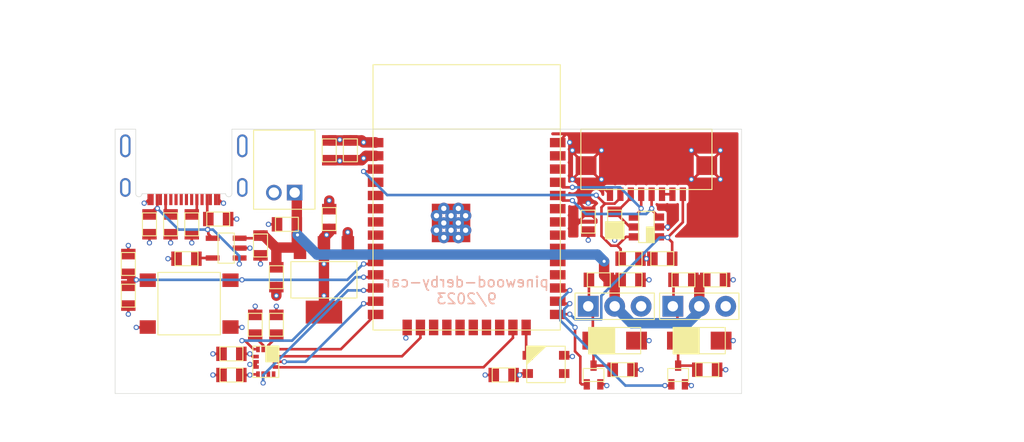
<source format=kicad_pcb>
(kicad_pcb (version 20221018) (generator pcbnew)
  (layers (0 "F.Cu" signal) (1 "In1.Cu" signal) (2 "In2.Cu" signal) (31 "B.Cu" signal) (34 "B.Paste" user) (35 "F.Paste" user) (36 "B.SilkS" user "B.Silkscreen") (37 "F.SilkS" user "F.Silkscreen") (38 "B.Mask" user) (39 "F.Mask" user) (44 "Edge.Cuts" user))
  (net 0 "")
  (net 1 "GND")
  (net 2 "+3V3")
  (net 3 "/Microcontroller/BTN")
  (net 4 "VBAT")
  (net 5 "+5V")
  (net 6 "/Microcontroller/IO0")
  (net 7 "/Microcontroller/RXD")
  (net 8 "/Microcontroller/TXD")
  (net 9 "Net-(D2-VP)")
  (net 10 "/Microcontroller/EN")
  (net 11 "Net-(J4-P1)")
  (net 12 "Net-(J5-P1)")
  (net 13 "/Channel 0/IN")
  (net 14 "/Channel 1/IN")
  (net 15 "Net-(U2-PROG)")
  (net 16 "Net-(U4-SCx)")
  (net 17 "Net-(U4-SDx)")
  (net 19 "/Microcontroller/LED")
  (net 20 "/Microcontroller/MISO")
  (net 21 "/Microcontroller/INT1")
  (net 22 "/Microcontroller/INT2")
  (net 25 "/Microcontroller/CS")
  (net 26 "/Microcontroller/SCLK")
  (net 27 "/Microcontroller/MOSI")
  (net 28 "Net-(J1-CC1)")
  (net 32 "Net-(J1-CC2)")
  (net 36 "Net-(J2-P2)")
  (footprint "zandmd:CF25081D0R0-10-NH" (layer "F.Cu") (at 118.11 45.974 180)
    (fp_text reference "J2")
    (fp_text value "CF25081D0R0-10-NH")
  )
  (footprint "zandmd:PASSIVE-NPOL-0805" (layer "F.Cu") (at 116.586 58.42)
    (fp_text reference "R4")
    (fp_text value "10k")
  )
  (footprint "zandmd:PASSIVE-NPOL-0805" (layer "F.Cu") (at 104.394 69.596)
    (fp_text reference "C15")
    (fp_text value "0.1 uF")
  )
  (footprint "zandmd:2659" (layer "F.Cu") (at 108.458 68.58 180)
    (fp_text reference "U5")
    (fp_text value "2659")
  )
  (footprint "zandmd:PH1-03-UA" (layer "F.Cu") (at 115.062 62.992)
    (fp_text reference "J4")
    (fp_text value "PH1-03-UA")
  )
  (footprint "zandmd:ESP32-WROOM-32E-N4" (layer "F.Cu") (at 100.838 45.968)
    (fp_text reference "U1")
    (fp_text value "ESP32-WROOM-32E-N4")
  )
  (footprint "zandmd:PASSIVE-NPOL-0805" (layer "F.Cu") (at 83.566 55.118)
    (fp_text reference "C7")
    (fp_text value "1 uF")
  )
  (footprint "zandmd:S2B-PH-K-S" (layer "F.Cu") (at 83.312 52.07)
    (fp_text reference "J3")
    (fp_text value "S2B-PH-K-S")
  )
  (footprint "zandmd:PASSIVE-NPOL-0805" (layer "F.Cu") (at 124.714 60.452 180)
    (fp_text reference "C11")
    (fp_text value "1 uF")
  )
  (footprint "zandmd:PASSIVE-NPOL-0805" (layer "F.Cu") (at 89.662 48.006 -90)
    (fp_text reference "C2")
    (fp_text value "0.1 uF")
  )
  (footprint "zandmd:PASSIVE-NPOL-0805" (layer "F.Cu") (at 121.666 60.452)
    (fp_text reference "R8")
    (fp_text value "10k")
  )
  (footprint "zandmd:PASSIVE-NPOL-0805" (layer "F.Cu") (at 74.422 55.118 90)
    (fp_text reference "R2")
    (fp_text value "5.1k")
  )
  (footprint "zandmd:PASSIVE-NPOL-0805" (layer "F.Cu") (at 78.232 69.596)
    (fp_text reference "C14")
    (fp_text value "0.1 uF")
  )
  (footprint "zandmd:SMAJ5.0A" (layer "F.Cu") (at 115.062 66.294)
    (fp_text reference "D3")
    (fp_text value "SMAJ5.0A")
  )
  (footprint "zandmd:PASSIVE-NPOL-0805" (layer "F.Cu") (at 113.538 60.452)
    (fp_text reference "R7")
    (fp_text value "10k")
  )
  (footprint "zandmd:PASSIVE-NPOL-0805" (layer "F.Cu") (at 112.522 54.864 -90)
    (fp_text reference "C5")
    (fp_text value "1 uF")
  )
  (footprint "zandmd:PASSIVE-NPOL-0805" (layer "F.Cu") (at 87.63 54.61 -90)
    (fp_text reference "C4")
    (fp_text value "22 uF")
  )
  (footprint "zandmd:PH1-03-UA" (layer "F.Cu") (at 123.19 62.992)
    (fp_text reference "J5")
    (fp_text value "PH1-03-UA")
  )
  (footprint "zandmd:PTS645SM43SMTR92 LFS" (layer "F.Cu") (at 74.168 62.738)
    (fp_text reference "S1")
    (fp_text value "PTS645SM43SMTR92 LFS")
  )
  (footprint "zandmd:PASSIVE-NPOL-0805" (layer "F.Cu") (at 72.39 55.118 90)
    (fp_text reference "R1")
    (fp_text value "5.1k")
  )
  (footprint "zandmd:PASSIVE-NPOL-0805" (layer "F.Cu") (at 73.914 58.42)
    (fp_text reference "R3")
    (fp_text value "2.7k")
  )
  (footprint "zandmd:PASSIVE-NPOL-0805" (layer "F.Cu") (at 82.55 60.198 90)
    (fp_text reference "C9")
    (fp_text value "10 uF")
  )
  (footprint "zandmd:PASSIVE-POL-0805" (layer "F.Cu") (at 115.062 54.864 90)
    (fp_text reference "D1")
    (fp_text value "~")
  )
  (footprint "zandmd:PASSIVE-NPOL-0805" (layer "F.Cu") (at 78.232 67.564)
    (fp_text reference "C13")
    (fp_text value "0.1 uF")
  )
  (footprint "zandmd:MCP73812T-420IOT" (layer "F.Cu") (at 77.724 57.404 90)
    (fp_text reference "U2")
    (fp_text value "MCP73812T-420I/OT")
  )
  (footprint "zandmd:AZ1117IH-3.3TRG1" (layer "F.Cu") (at 87.122 60.452 180)
    (fp_text reference "U3")
    (fp_text value "AZ1117IH-3.3TRG1")
  )
  (footprint "zandmd:PASSIVE-NPOL-0805" (layer "F.Cu") (at 68.326 58.928 90)
    (fp_text reference "R6")
    (fp_text value "10k")
  )
  (footprint "zandmd:CM1293A-04SO" (layer "F.Cu") (at 118.11 55.372 90)
    (fp_text reference "D2")
    (fp_text value "CM1293A-04SO")
  )
  (footprint "zandmd:USB4520-03-0-A" (layer "F.Cu") (at 73.66 45.974 180)
    (fp_text reference "J1")
    (fp_text value "USB4520-03-0-A")
    (fp_line (start -4.62 0) (end -4.62 -6.2) (stroke (width 0.05)) (layer "Edge.Cuts"))
    (fp_line (start -4.02 -6.2) (end 4.02 -6.2) (stroke (width 0.05)) (layer "Edge.Cuts"))
    (fp_line (start 4.62 0) (end 4.62 -6.2) (stroke (width 0.05)) (layer "Edge.Cuts"))
    (fp_arc (start -4.62 -6.2) (mid -4.32 -6.5) (end -4.02 -6.2) (stroke (width 0.05)) (layer "Edge.Cuts"))
    (fp_arc (start 4.02 -6.2) (mid 4.32 -6.5) (end 4.62 -6.2) (stroke (width 0.05)) (layer "Edge.Cuts"))
  )
  (footprint "zandmd:PASSIVE-NPOL-0805" (layer "F.Cu") (at 76.962 54.61 180)
    (fp_text reference "C3")
    (fp_text value "1 uF")
  )
  (footprint "zandmd:PASSIVE-NPOL-0805" (layer "F.Cu") (at 68.326 61.976 90)
    (fp_text reference "C12")
    (fp_text value "0.1 uF")
  )
  (footprint "zandmd:PASSIVE-NPOL-0805" (layer "F.Cu") (at 80.518 64.77 -90)
    (fp_text reference "R9")
    (fp_text value "10k")
  )
  (footprint "zandmd:PASSIVE-NPOL-0805" (layer "F.Cu") (at 87.63 48.006 -90)
    (fp_text reference "C1")
    (fp_text value "22 uF")
  )
  (footprint "zandmd:PASSIVE-NPOL-0805" (layer "F.Cu") (at 116.586 60.452 180)
    (fp_text reference "C10")
    (fp_text value "1 uF")
  )
  (footprint "zandmd:PASSIVE-NPOL-0805" (layer "F.Cu") (at 115.824 69.088)
    (fp_text reference "R11")
    (fp_text value "10k")
  )
  (footprint "zandmd:LSM6DSOTR" (layer "F.Cu") (at 81.534 68.326 -90)
    (fp_text reference "U4")
    (fp_text value "LSM6DSOTR")
  )
  (footprint "zandmd:PASSIVE-NPOL-0805" (layer "F.Cu") (at 82.55 64.77 -90)
    (fp_text reference "R10")
    (fp_text value "10k")
  )
  (footprint "zandmd:PASSIVE-NPOL-0805" (layer "F.Cu") (at 119.634 58.42 180)
    (fp_text reference "R5")
    (fp_text value "10k")
  )
  (footprint "zandmd:SMAJ5.0A" (layer "F.Cu") (at 123.19 66.294)
    (fp_text reference "D4")
    (fp_text value "SMAJ5.0A")
  )
  (footprint "zandmd:PASSIVE-NPOL-0805" (layer "F.Cu") (at 123.952 69.088)
    (fp_text reference "R12")
    (fp_text value "10k")
  )
  (footprint "zandmd:BSS816NWH6327XTSA1" (layer "F.Cu") (at 121.158 69.596)
    (fp_text reference "Q2")
    (fp_text value "BSS816NWH6327XTSA1")
  )
  (footprint "zandmd:PASSIVE-NPOL-0805" (layer "F.Cu") (at 70.358 55.118 90)
    (fp_text reference "C6")
    (fp_text value "1 uF")
  )
  (footprint "zandmd:BSS816NWH6327XTSA1" (layer "F.Cu") (at 113.03 69.596)
    (fp_text reference "Q1")
    (fp_text value "BSS816NWH6327XTSA1")
  )
  (footprint "zandmd:PASSIVE-NPOL-0805" (layer "F.Cu") (at 81.026 57.15 90)
    (fp_text reference "C8")
    (fp_text value "1 uF")
  )
  (gr_line (start 67.056 45.974) (end 69.04 45.974) (stroke (width 0.05)) (layer "Edge.Cuts"))
  (gr_line (start 78.28 45.974) (end 127.254 45.974) (stroke (width 0.05)) (layer "Edge.Cuts"))
  (gr_line (start 127.254 71.374) (end 67.056 71.374) (stroke (width 0.05)) (layer "Edge.Cuts"))
  (gr_line (start 67.056 71.374) (end 67.056 45.974) (stroke (width 0.05)) (layer "Edge.Cuts"))
  (gr_line (start 127.254 45.974) (end 127.254 71.374) (stroke (width 0.05)) (layer "Edge.Cuts"))
  (gr_text "pinewood-derby-car\n9/2023" (at 100.838 61.468) (layer "B.SilkS") (effects (font (size 1 1) (thickness 0.153)) (justify mirror)))
  (segment (start 80.01 68.58) (end 80.574 68.58) (width 0.25) (layer "F.Cu") (net 1))
  (segment (start 79.212 64.988) (end 79.248 65.024) (width 0.25) (layer "F.Cu") (net 1))
  (segment (start 77.47 53.086) (end 77.372 53.086) (width 0.25) (layer "F.Cu") (net 1))
  (segment (start 70.157 65.024) (end 70.193 64.988) (width 0.25) (layer "F.Cu") (net 1))
  (segment (start 77.9125 54.61) (end 78.74 54.61) (width 0.25) (layer "F.Cu") (net 1))
  (segment (start 89.662 47.0555) (end 87.63 47.0555) (width 1) (layer "F.Cu") (net 1))
  (segment (start 110.321 67.818) (end 110.208 67.705) (width 0.25) (layer "F.Cu") (net 1))
  (segment (start 89.408 57.338) (end 89.422 57.352) (width 1) (layer "F.Cu") (net 1))
  (segment (start 121.808 70.496) (end 122.312 70.496) (width 0.25) (layer "F.Cu") (net 1))
  (segment (start 78.143 64.988) (end 79.212 64.988) (width 0.25) (layer "F.Cu") (net 1))
  (segment (start 125.6645 60.452) (end 126.4505 60.452) (width 0.25) (layer "F.Cu") (net 1))
  (segment (start 76.454 67.564) (end 77.2815 67.564) (width 0.25) (layer "F.Cu") (net 1))
  (segment (start 90.932 47.244) (end 92.064 47.244) (width 1) (layer "F.Cu") (net 1))
  (segment (start 103.4435 69.596) (end 102.616 69.596) (width 0.25) (layer "F.Cu") (net 1))
  (segment (start 72.39 56.896) (end 72.39 56.0685) (width 0.25) (layer "F.Cu") (net 1))
  (segment (start 117.162 66.294) (end 118.364 66.294) (width 0.25) (layer "F.Cu") (net 1))
  (segment (start 90.7435 47.0555) (end 90.932 47.244) (width 1) (layer "F.Cu") (net 1))
  (segment (start 74.422 56.896) (end 74.422 56.0685) (width 0.25) (layer "F.Cu") (net 1))
  (segment (start 92.064 47.244) (end 92.088 47.268) (width 1) (layer "F.Cu") (net 1))
  (segment (start 89.662 47.0555) (end 90.7435 47.0555) (width 1) (layer "F.Cu") (net 1))
  (segment (start 69.85 53.086) (end 69.948 53.086) (width 0.25) (layer "F.Cu") (net 1))
  (segment (start 81.026 58.928) (end 81.026 58.1005) (width 0.25) (layer "F.Cu") (net 1))
  (segment (start 70.358 56.896) (end 70.358 56.0685) (width 0.25) (layer "F.Cu") (net 1))
  (segment (start 80.518 64.0735) (end 80.518 62.992) (width 0.25) (layer "F.Cu") (net 1))
  (segment (start 94.996 66.04) (end 94.996 65.155) (width 0.25) (layer "F.Cu") (net 1))
  (segment (start 87.63 52.832) (end 87.63 53.6595) (width 1) (layer "F.Cu") (net 1))
  (segment (start 80.574 68.826) (end 80.574 68.58) (width 0.25) (layer "F.Cu") (net 1))
  (segment (start 94.996 65.155) (end 95.123 65.028) (width 0.25) (layer "F.Cu") (net 1))
  (segment (start 69.948 53.086) (end 70.31 52.724) (width 0.25) (layer "F.Cu") (net 1))
  (segment (start 89.408 55.88) (end 89.408 57.338) (width 1) (layer "F.Cu") (net 1))
  (segment (start 69.088 65.024) (end 70.157 65.024) (width 0.25) (layer "F.Cu") (net 1))
  (segment (start 113.68 70.496) (end 114.184 70.496) (width 0.25) (layer "F.Cu") (net 1))
  (segment (start 82.55 61.976) (end 82.55 61.1485) (width 1) (layer "F.Cu") (net 1))
  (segment (start 77.372 53.086) (end 77.01 52.724) (width 0.25) (layer "F.Cu") (net 1))
  (segment (start 118.364 60.452) (end 117.5365 60.452) (width 0.25) (layer "F.Cu") (net 1))
  (segment (start 110.998 67.818) (end 110.321 67.818) (width 0.25) (layer "F.Cu") (net 1))
  (segment (start 72.9635 58.42) (end 72.136 58.42) (width 0.25) (layer "F.Cu") (net 1))
  (segment (start 122.312 70.496) (end 122.428 70.612) (width 0.25) (layer "F.Cu") (net 1))
  (segment (start 82.55 64.0735) (end 82.55 62.992) (width 0.25) (layer "F.Cu") (net 1))
  (segment (start 68.326 63.754) (end 68.326 62.9265) (width 0.25) (layer "F.Cu") (net 1))
  (segment (start 120.142 55.372) (end 119.31 55.372) (width 0.25) (layer "F.Cu") (net 1))
  (segment (start 79.024 57.404) (end 80.01 57.404) (width 0.25) (layer "F.Cu") (net 1))
  (segment (start 80.574 68.58) (end 80.574 68.326) (width 0.25) (layer "F.Cu") (net 1))
  (segment (start 126.4505 66.294) (end 125.29 66.294) (width 0.25) (layer "F.Cu") (net 1))
  (segment (start 81.788 55.118) (end 82.6155 55.118) (width 0.25) (layer "F.Cu") (net 1))
  (segment (start 76.454 69.596) (end 77.2815 69.596) (width 0.25) (layer "F.Cu") (net 1))
  (segment (start 114.184 70.496) (end 114.3 70.612) (width 0.25) (layer "F.Cu") (net 1))
  (via (at 80.518 62.992) (size 0.5) (drill 0.3) (layers "F.Cu" "B.Cu") (net 1))
  (via (at 110.744 47.244) (size 0.5) (drill 0.3) (layers "F.Cu" "B.Cu") (net 1))
  (via (at 126.4505 60.452) (size 0.5) (drill 0.3) (layers "F.Cu" "B.Cu") (net 1))
  (via (at 79.248 65.024) (size 0.5) (drill 0.3) (layers "F.Cu" "B.Cu") (net 1))
  (via (at 94.996 66.04) (size 0.5) (drill 0.3) (layers "F.Cu" "B.Cu") (net 1))
  (via (at 76.454 69.596) (size 0.5) (drill 0.3) (layers "F.Cu" "B.Cu") (net 1))
  (via (at 87.63 52.832) (size 0.5) (drill 0.3) (layers "F.Cu" "B.Cu") (net 1))
  (via (at 120.142 55.372) (size 0.5) (drill 0.3) (layers "F.Cu" "B.Cu") (net 1))
  (via (at 78.74 54.61) (size 0.5) (drill 0.3) (layers "F.Cu" "B.Cu") (net 1))
  (via (at 82.55 62.992) (size 0.5) (drill 0.3) (layers "F.Cu" "B.Cu") (net 1))
  (via (at 113.792 48.006) (size 0.5) (drill 0.3) (layers "F.Cu" "B.Cu") (net 1))
  (via (at 110.998 67.818) (size 0.5) (drill 0.3) (layers "F.Cu" "B.Cu") (net 1))
  (via (at 125.222 50.8) (size 0.5) (drill 0.3) (layers "F.Cu" "B.Cu") (net 1))
  (via (at 69.85 53.086) (size 0.5) (drill 0.3) (layers "F.Cu" "B.Cu") (net 1))
  (via (at 70.358 56.896) (size 0.5) (drill 0.3) (layers "F.Cu" "B.Cu") (net 1))
  (via (at 81.026 58.928) (size 0.5) (drill 0.3) (layers "F.Cu" "B.Cu") (net 1))
  (via (at 68.326 63.754) (size 0.5) (drill 0.3) (layers "F.Cu" "B.Cu") (net 1))
  (via (at 69.088 65.024) (size 0.5) (drill 0.3) (layers "F.Cu" "B.Cu") (net 1))
  (via (at 76.454 67.564) (size 0.5) (drill 0.3) (layers "F.Cu" "B.Cu") (net 1))
  (via (at 82.55 61.976) (size 0.5) (drill 0.3) (layers "F.Cu" "B.Cu") (net 1))
  (via (at 118.364 60.452) (size 0.5) (drill 0.3) (layers "F.Cu" "B.Cu") (net 1))
  (via (at 81.788 55.118) (size 0.5) (drill 0.3) (layers "F.Cu" "B.Cu") (net 1))
  (via (at 126.4505 66.294) (size 0.5) (drill 0.3) (layers "F.Cu" "B.Cu") (net 1))
  (via (at 88.646 46.99) (size 0.5) (drill 0.3) (layers "F.Cu" "B.Cu") (net 1))
  (via (at 72.39 56.896) (size 0.5) (drill 0.3) (layers "F.Cu" "B.Cu") (net 1))
  (via (at 122.428 48.006) (size 0.5) (drill 0.3) (layers "F.Cu" "B.Cu") (net 1))
  (via (at 72.136 58.42) (size 0.5) (drill 0.3) (layers "F.Cu" "B.Cu") (net 1))
  (via (at 110.998 50.8) (size 0.5) (drill 0.3) (layers "F.Cu" "B.Cu") (net 1))
  (via (at 125.222 48.006) (size 0.5) (drill 0.3) (layers "F.Cu" "B.Cu") (net 1))
  (via (at 112.522 53.086) (size 0.5) (drill 0.3) (layers "F.Cu" "B.Cu") (net 1))
  (via (at 102.616 69.596) (size 0.5) (drill 0.3) (layers "F.Cu" "B.Cu") (net 1))
  (via (at 114.3 70.612) (size 0.5) (drill 0.3) (layers "F.Cu" "B.Cu") (net 1))
  (via (at 122.428 70.612) (size 0.5) (drill 0.3) (layers "F.Cu" "B.Cu") (net 1))
  (via (at 74.422 56.896) (size 0.5) (drill 0.3) (layers "F.Cu" "B.Cu") (net 1))
  (via (at 80.01 68.58) (size 0.5) (drill 0.3) (layers "F.Cu" "B.Cu") (net 1))
  (via (at 89.408 55.88) (size 0.5) (drill 0.3) (layers "F.Cu" "B.Cu") (net 1))
  (via (at 122.428 50.8) (size 0.5) (drill 0.3) (layers "F.Cu" "B.Cu") (net 1))
  (via (at 110.998 48.006) (size 0.5) (drill 0.3) (layers "F.Cu" "B.Cu") (net 1))
  (via (at 118.364 66.294) (size 0.5) (drill 0.3) (layers "F.Cu" "B.Cu") (net 1))
  (via (at 80.01 57.404) (size 0.5) (drill 0.3) (layers "F.Cu" "B.Cu") (net 1))
  (via (at 90.932 47.244) (size 0.5) (drill 0.3) (layers "F.Cu" "B.Cu") (net 1))
  (via (at 113.792 50.8) (size 0.5) (drill 0.3) (layers "F.Cu" "B.Cu") (net 1))
  (via (at 77.47 53.086) (size 0.5) (drill 0.3) (layers "F.Cu" "B.Cu") (net 1))
  (segment (start 90.7435 48.9565) (end 90.932 48.768) (width 1) (layer "F.Cu") (net 2))
  (segment (start 80.272 67.826) (end 80.01 67.564) (width 0.25) (layer "F.Cu") (net 2))
  (segment (start 118.11 58.42) (end 117.5365 58.42) (width 0.25) (layer "F.Cu") (net 2))
  (segment (start 92.088 48.538) (end 91.162 48.538) (width 1) (layer "F.Cu") (net 2))
  (segment (start 87.63 55.5605) (end 87.63 55.88) (width 1) (layer "F.Cu") (net 2))
  (segment (start 80.01 69.596) (end 79.1825 69.596) (width 0.25) (layer "F.Cu") (net 2))
  (segment (start 89.662 48.9565) (end 90.7435 48.9565) (width 1) (layer "F.Cu") (net 2))
  (segment (start 116.7745 69.088) (end 117.602 69.088) (width 0.25) (layer "F.Cu") (net 2))
  (segment (start 89.662 48.9565) (end 87.63 48.9565) (width 1) (layer "F.Cu") (net 2))
  (segment (start 105.3445 69.596) (end 105.918 69.596) (width 0.25) (layer "F.Cu") (net 2))
  (segment (start 80.574 67.826) (end 80.272 67.826) (width 0.25) (layer "F.Cu") (net 2))
  (segment (start 118.11 58.42) (end 118.6835 58.42) (width 0.25) (layer "F.Cu") (net 2))
  (segment (start 87.122 56.388) (end 87.376 56.134) (width 1) (layer "F.Cu") (net 2))
  (segment (start 80.784 69.536) (end 80.07 69.536) (width 0.25) (layer "F.Cu") (net 2))
  (segment (start 80.01 67.564) (end 79.1825 67.564) (width 0.25) (layer "F.Cu") (net 2))
  (segment (start 106.059 69.455) (end 105.918 69.596) (width 0.25) (layer "F.Cu") (net 2))
  (segment (start 68.326 57.9775) (end 68.326 57.15) (width 0.25) (layer "F.Cu") (net 2))
  (segment (start 112.522 56.642) (end 112.522 55.8145) (width 0.25) (layer "F.Cu") (net 2))
  (segment (start 87.63 55.88) (end 87.376 56.134) (width 1) (layer "F.Cu") (net 2))
  (segment (start 80.07 69.536) (end 80.01 69.596) (width 0.25) (layer "F.Cu") (net 2))
  (segment (start 87.122 57.352) (end 87.122 56.388) (width 1) (layer "F.Cu") (net 2))
  (segment (start 91.162 48.538) (end 90.932 48.768) (width 1) (layer "F.Cu") (net 2))
  (segment (start 124.9025 69.088) (end 125.73 69.088) (width 0.25) (layer "F.Cu") (net 2))
  (segment (start 115.062 56.642) (end 115.062 55.8145) (width 0.25) (layer "F.Cu") (net 2))
  (segment (start 87.122 63.552) (end 87.122 57.352) (width 1) (layer "F.Cu") (net 2))
  (segment (start 106.708 69.455) (end 106.059 69.455) (width 0.25) (layer "F.Cu") (net 2))
  (via (at 80.01 67.564) (size 0.5) (drill 0.3) (layers "F.Cu" "B.Cu") (net 2))
  (via (at 68.326 57.15) (size 0.5) (drill 0.3) (layers "F.Cu" "B.Cu") (net 2))
  (via (at 125.73 69.088) (size 0.5) (drill 0.3) (layers "F.Cu" "B.Cu") (net 2))
  (via (at 87.122 61.976) (size 0.5) (drill 0.3) (layers "F.Cu" "B.Cu") (net 2))
  (via (at 87.376 56.134) (size 0.5) (drill 0.3) (layers "F.Cu" "B.Cu") (net 2))
  (via (at 115.062 56.642) (size 0.5) (drill 0.3) (layers "F.Cu" "B.Cu") (net 2))
  (via (at 88.646 49.022) (size 0.5) (drill 0.3) (layers "F.Cu" "B.Cu") (net 2))
  (via (at 87.122 58.928) (size 0.5) (drill 0.3) (layers "F.Cu" "B.Cu") (net 2))
  (via (at 105.918 69.596) (size 0.5) (drill 0.3) (layers "F.Cu" "B.Cu") (net 2))
  (via (at 117.602 69.088) (size 0.5) (drill 0.3) (layers "F.Cu" "B.Cu") (net 2))
  (via (at 90.932 48.768) (size 0.5) (drill 0.3) (layers "F.Cu" "B.Cu") (net 2))
  (via (at 80.01 69.596) (size 0.5) (drill 0.3) (layers "F.Cu" "B.Cu") (net 2))
  (via (at 118.11 58.42) (size 0.5) (drill 0.3) (layers "F.Cu" "B.Cu") (net 2))
  (via (at 112.522 56.642) (size 0.5) (drill 0.3) (layers "F.Cu" "B.Cu") (net 2))
  (segment (start 69.052 60.488) (end 68.362 60.488) (width 0.25) (layer "F.Cu") (net 3))
  (segment (start 79.248 60.452) (end 78.179 60.452) (width 0.25) (layer "F.Cu") (net 3))
  (segment (start 69.088 60.452) (end 69.052 60.488) (width 0.25) (layer "F.Cu") (net 3))
  (segment (start 90.932 58.928) (end 91.858 58.928) (width 0.25) (layer "F.Cu") (net 3))
  (segment (start 78.179 60.452) (end 78.143 60.488) (width 0.25) (layer "F.Cu") (net 3))
  (segment (start 68.326 60.452) (end 68.326 59.8785) (width 0.25) (layer "F.Cu") (net 3))
  (segment (start 68.362 60.488) (end 68.326 60.452) (width 0.25) (layer "F.Cu") (net 3))
  (segment (start 68.326 61.0255) (end 68.326 60.452) (width 0.25) (layer "F.Cu") (net 3))
  (segment (start 91.858 58.928) (end 92.088 58.698) (width 0.25) (layer "F.Cu") (net 3))
  (segment (start 69.124 60.488) (end 69.088 60.452) (width 0.25) (layer "F.Cu") (net 3))
  (segment (start 70.193 60.488) (end 69.124 60.488) (width 0.25) (layer "F.Cu") (net 3))
  (via (at 69.088 60.452) (size 0.5) (drill 0.3) (layers "F.Cu" "B.Cu") (net 3))
  (via (at 79.248 60.452) (size 0.5) (drill 0.3) (layers "F.Cu" "B.Cu") (net 3))
  (via (at 90.932 58.928) (size 0.5) (drill 0.3) (layers "F.Cu" "B.Cu") (net 3))
  (segment (start 79.248 60.452) (end 89.371565 60.452) (width 0.25) (layer "B.Cu") (net 3))
  (segment (start 79.248 60.452) (end 69.088 60.452) (width 0.25) (layer "B.Cu") (net 3))
  (segment (start 90.895565 58.928) (end 90.932 58.928) (width 0.25) (layer "B.Cu") (net 3))
  (segment (start 89.371565 60.452) (end 90.895565 58.928) (width 0.25) (layer "B.Cu") (net 3))
  (segment (start 84.5165 56.0685) (end 84.582 56.134) (width 1) (layer "F.Cu") (net 4))
  (segment (start 114.046 60.0095) (end 114.4885 60.452) (width 1) (layer "F.Cu") (net 4))
  (segment (start 123.19 62.992) (end 123.19 60.452) (width 1) (layer "F.Cu") (net 4))
  (segment (start 81.026 56.1995) (end 81.3455 56.1995) (width 1) (layer "F.Cu") (net 4))
  (segment (start 84.5165 55.118) (end 84.5165 52.2745) (width 1) (layer "F.Cu") (net 4))
  (segment (start 115.6355 60.452) (end 115.062 60.452) (width 0.25) (layer "F.Cu") (net 4))
  (segment (start 114.046 58.674) (end 114.046 60.0095) (width 1) (layer "F.Cu") (net 4))
  (segment (start 82.55 57.404) (end 82.498 57.352) (width 1) (layer "F.Cu") (net 4))
  (segment (start 115.062 60.452) (end 114.4885 60.452) (width 0.25) (layer "F.Cu") (net 4))
  (segment (start 80.7715 56.454) (end 81.026 56.1995) (width 0.25) (layer "F.Cu") (net 4))
  (segment (start 84.5165 55.118) (end 84.5165 56.0685) (width 1) (layer "F.Cu") (net 4))
  (segment (start 84.5165 52.2745) (end 84.312 52.07) (width 1) (layer "F.Cu") (net 4))
  (segment (start 84.5165 56.1995) (end 84.5165 57.0465) (width 1) (layer "F.Cu") (net 4))
  (segment (start 123.19 60.452) (end 122.6165 60.452) (width 0.25) (layer "F.Cu") (net 4))
  (segment (start 79.024 56.454) (end 80.7715 56.454) (width 0.25) (layer "F.Cu") (net 4))
  (segment (start 84.582 56.134) (end 84.5165 56.1995) (width 1) (layer "F.Cu") (net 4))
  (segment (start 84.5165 57.0465) (end 84.822 57.352) (width 1) (layer "F.Cu") (net 4))
  (segment (start 82.55 59.2475) (end 82.55 57.404) (width 1) (layer "F.Cu") (net 4))
  (segment (start 115.062 62.992) (end 115.062 60.452) (width 1) (layer "F.Cu") (net 4))
  (segment (start 82.498 57.352) (end 84.822 57.352) (width 1) (layer "F.Cu") (net 4))
  (segment (start 81.3455 56.1995) (end 82.498 57.352) (width 1) (layer "F.Cu") (net 4))
  (segment (start 123.7635 60.452) (end 123.19 60.452) (width 0.25) (layer "F.Cu") (net 4))
  (via (at 84.582 56.134) (size 0.5) (drill 0.3) (layers "F.Cu" "B.Cu") (net 4))
  (via (at 114.046 58.674) (size 0.5) (drill 0.3) (layers "F.Cu" "B.Cu") (net 4))
  (segment (start 113.396 58.024) (end 86.472 58.024) (width 1) (layer "B.Cu") (net 4))
  (segment (start 86.472 58.024) (end 84.582 56.134) (width 1) (layer "B.Cu") (net 4))
  (segment (start 123.19 63.5) (end 123.19 62.992) (width 1) (layer "B.Cu") (net 4))
  (segment (start 116.689 64.619) (end 122.071 64.619) (width 1) (layer "B.Cu") (net 4))
  (segment (start 122.071 64.619) (end 123.19 63.5) (width 1) (layer "B.Cu") (net 4))
  (segment (start 115.062 62.992) (end 116.689 64.619) (width 1) (layer "B.Cu") (net 4))
  (segment (start 114.046 58.674) (end 113.396 58.024) (width 1) (layer "B.Cu") (net 4))
  (segment (start 75.91 52.724) (end 75.91 54.5085) (width 0.25) (layer "F.Cu") (net 5))
  (segment (start 76.0115 54.61) (end 76.0115 55.5605) (width 0.25) (layer "F.Cu") (net 5))
  (segment (start 76.0115 55.5605) (end 75.946 55.626) (width 0.25) (layer "F.Cu") (net 5))
  (segment (start 76.0115 56.0415) (end 76.424 56.454) (width 0.25) (layer "F.Cu") (net 5))
  (segment (start 78.994 58.928) (end 78.994 58.384) (width 0.25) (layer "F.Cu") (net 5))
  (segment (start 71.11 52.724) (end 71.11 53.4155) (width 0.25) (layer "F.Cu") (net 5))
  (segment (start 75.946 55.626) (end 76.0115 55.6915) (width 0.25) (layer "F.Cu") (net 5))
  (segment (start 75.91 54.5085) (end 76.0115 54.61) (width 0.25) (layer "F.Cu") (net 5))
  (segment (start 76.0115 55.6915) (end 76.0115 56.0415) (width 0.25) (layer "F.Cu") (net 5))
  (segment (start 78.994 58.384) (end 79.024 58.354) (width 0.25) (layer "F.Cu") (net 5))
  (segment (start 71.11 53.4155) (end 70.358 54.1675) (width 0.25) (layer "F.Cu") (net 5))
  (via (at 71.12 53.594) (size 0.5) (drill 0.3) (layers "F.Cu" "B.Cu") (net 5))
  (via (at 78.994 58.928) (size 0.5) (drill 0.3) (layers "F.Cu" "B.Cu") (net 5))
  (via (at 75.946 55.626) (size 0.5) (drill 0.3) (layers "F.Cu" "B.Cu") (net 5))
  (segment (start 78.994 58.166) (end 76.454 55.626) (width 0.25) (layer "B.Cu") (net 5))
  (segment (start 76.454 55.626) (end 75.946 55.626) (width 0.25) (layer "B.Cu") (net 5))
  (segment (start 71.12 53.594) (end 73.152 55.626) (width 0.25) (layer "B.Cu") (net 5))
  (segment (start 78.994 58.928) (end 78.994 58.166) (width 0.25) (layer "B.Cu") (net 5))
  (segment (start 73.152 55.626) (end 75.946 55.626) (width 0.25) (layer "B.Cu") (net 5))
  (segment (start 120.142 56.388) (end 121.61 54.92) (width 0.25) (layer "F.Cu") (net 6))
  (segment (start 110.744 63.754) (end 109.612 63.754) (width 0.25) (layer "F.Cu") (net 6))
  (segment (start 120.5845 56.8465) (end 120.5845 58.42) (width 0.25) (layer "F.Cu") (net 6))
  (segment (start 109.612 63.754) (end 109.588 63.778) (width 0.25) (layer "F.Cu") (net 6))
  (segment (start 121.61 54.92) (end 121.61 52.224) (width 0.25) (layer "F.Cu") (net 6))
  (segment (start 120.142 56.388) (end 120.142 56.404) (width 0.25) (layer "F.Cu") (net 6))
  (segment (start 120.126 56.388) (end 120.06 56.322) (width 0.25) (layer "F.Cu") (net 6))
  (segment (start 120.06 56.322) (end 119.31 56.322) (width 0.25) (layer "F.Cu") (net 6))
  (segment (start 120.142 56.388) (end 120.126 56.388) (width 0.25) (layer "F.Cu") (net 6))
  (segment (start 120.142 56.404) (end 120.5845 56.8465) (width 0.25) (layer "F.Cu") (net 6))
  (via (at 110.744 63.754) (size 0.5) (drill 0.3) (layers "F.Cu" "B.Cu") (net 6))
  (via (at 120.142 56.388) (size 0.5) (drill 0.3) (layers "F.Cu" "B.Cu") (net 6))
  (segment (start 120.142 56.388) (end 119.38 56.388) (width 0.25) (layer "B.Cu") (net 6))
  (segment (start 111.27 64.244) (end 110.78 63.754) (width 0.25) (layer "B.Cu") (net 6))
  (segment (start 110.78 63.754) (end 110.744 63.754) (width 0.25) (layer "B.Cu") (net 6))
  (segment (start 113.774 61.994) (end 113.774 64.244) (width 0.25) (layer "B.Cu") (net 6))
  (segment (start 119.38 56.388) (end 113.774 61.994) (width 0.25) (layer "B.Cu") (net 6))
  (segment (start 113.774 64.244) (end 111.27 64.244) (width 0.25) (layer "B.Cu") (net 6))
  (segment (start 110.998 52.832) (end 110.072 52.832) (width 0.25) (layer "F.Cu") (net 7))
  (segment (start 118.61 52.224) (end 118.61 53.586) (width 0.25) (layer "F.Cu") (net 7))
  (segment (start 118.61 53.602) (end 118.61 53.722) (width 0.25) (layer "F.Cu") (net 7))
  (segment (start 118.61 53.586) (end 118.618 53.594) (width 0.25) (layer "F.Cu") (net 7))
  (segment (start 118.61 53.722) (end 119.31 54.422) (width 0.25) (layer "F.Cu") (net 7))
  (segment (start 110.072 52.832) (end 109.588 52.348) (width 0.25) (layer "F.Cu") (net 7))
  (segment (start 118.618 53.594) (end 118.61 53.602) (width 0.25) (layer "F.Cu") (net 7))
  (via (at 118.618 53.594) (size 0.5) (drill 0.3) (layers "F.Cu" "B.Cu") (net 7))
  (via (at 110.998 52.832) (size 0.5) (drill 0.3) (layers "F.Cu" "B.Cu") (net 7))
  (segment (start 112.289 54.123) (end 118.089 54.123) (width 0.25) (layer "B.Cu") (net 7))
  (segment (start 110.998 52.832) (end 112.289 54.123) (width 0.25) (layer "B.Cu") (net 7))
  (segment (start 118.089 54.123) (end 118.618 53.594) (width 0.25) (layer "B.Cu") (net 7))
  (segment (start 117.61 53.722) (end 116.91 54.422) (width 0.25) (layer "F.Cu") (net 8))
  (segment (start 110.072 51.562) (end 109.588 51.078) (width 0.25) (layer "F.Cu") (net 8))
  (segment (start 117.61 53.602) (end 117.61 53.722) (width 0.25) (layer "F.Cu") (net 8))
  (segment (start 117.61 53.586) (end 117.602 53.594) (width 0.25) (layer "F.Cu") (net 8))
  (segment (start 110.998 51.562) (end 110.072 51.562) (width 0.25) (layer "F.Cu") (net 8))
  (segment (start 117.61 52.224) (end 117.61 53.586) (width 0.25) (layer "F.Cu") (net 8))
  (segment (start 117.602 53.594) (end 117.61 53.602) (width 0.25) (layer "F.Cu") (net 8))
  (via (at 117.602 53.594) (size 0.5) (drill 0.3) (layers "F.Cu" "B.Cu") (net 8))
  (via (at 110.998 51.562) (size 0.5) (drill 0.3) (layers "F.Cu" "B.Cu") (net 8))
  (segment (start 115.57 51.562) (end 110.998 51.562) (width 0.25) (layer "B.Cu") (net 8))
  (segment (start 117.602 53.594) (end 115.57 51.562) (width 0.25) (layer "B.Cu") (net 8))
  (segment (start 116.61 52.224) (end 116.61 52.574) (width 0.25) (layer "F.Cu") (net 9))
  (segment (start 116.61 52.574) (end 115.2705 53.9135) (width 0.25) (layer "F.Cu") (net 9))
  (segment (start 116.91 55.372) (end 116.5205 55.372) (width 0.25) (layer "F.Cu") (net 9))
  (segment (start 115.2705 53.9135) (end 115.062 53.9135) (width 0.25) (layer "F.Cu") (net 9))
  (segment (start 116.5205 55.372) (end 115.062 53.9135) (width 0.25) (layer "F.Cu") (net 9))
  (segment (start 114.14695 53.126) (end 115.058 53.126) (width 0.25) (layer "F.Cu") (net 10))
  (segment (start 115.311 57.171) (end 114.71595 57.171) (width 0.25) (layer "F.Cu") (net 10))
  (segment (start 90.932 50.038) (end 91.858 50.038) (width 0.25) (layer "F.Cu") (net 10))
  (segment (start 114.086 53.126) (end 114.14695 53.126) (width 0.25) (layer "F.Cu") (net 10))
  (segment (start 116.91 56.322) (end 116.16 56.322) (width 0.25) (layer "F.Cu") (net 10))
  (segment (start 115.6355 58.42) (end 115.6355 57.4955) (width 0.25) (layer "F.Cu") (net 10))
  (segment (start 116.16 56.322) (end 115.311 57.171) (width 0.25) (layer "F.Cu") (net 10))
  (segment (start 91.858 50.038) (end 92.088 49.808) (width 0.25) (layer "F.Cu") (net 10))
  (segment (start 113.792 53.48095) (end 114.14695 53.126) (width 0.25) (layer "F.Cu") (net 10))
  (segment (start 115.6355 57.4955) (end 115.311 57.171) (width 0.25) (layer "F.Cu") (net 10))
  (segment (start 113.792 56.24705) (end 113.792 53.48095) (width 0.25) (layer "F.Cu") (net 10))
  (segment (start 113.284 52.324) (end 114.086 53.126) (width 0.25) (layer "F.Cu") (net 10))
  (segment (start 115.61 52.574) (end 115.61 52.224) (width 0.25) (layer "F.Cu") (net 10))
  (segment (start 115.058 53.126) (end 115.61 52.574) (width 0.25) (layer "F.Cu") (net 10))
  (segment (start 114.71595 57.171) (end 113.792 56.24705) (width 0.25) (layer "F.Cu") (net 10))
  (via (at 90.932 50.038) (size 0.5) (drill 0.3) (layers "F.Cu" "B.Cu") (net 10))
  (via (at 113.284 52.324) (size 0.5) (drill 0.3) (layers "F.Cu" "B.Cu") (net 10))
  (segment (start 93.197 52.303) (end 90.932 50.038) (width 0.25) (layer "B.Cu") (net 10))
  (segment (start 113.263 52.303) (end 93.197 52.303) (width 0.25) (layer "B.Cu") (net 10))
  (segment (start 113.284 52.324) (end 113.263 52.303) (width 0.25) (layer "B.Cu") (net 10))
  (segment (start 112.962 63.432) (end 112.522 62.992) (width 0.25) (layer "F.Cu") (net 11))
  (segment (start 113.03 68.696) (end 113.03 66.362) (width 0.25) (layer "F.Cu") (net 11))
  (segment (start 112.5875 62.9265) (end 112.522 62.992) (width 0.25) (layer "F.Cu") (net 11))
  (segment (start 113.03 66.362) (end 112.962 66.294) (width 0.25) (layer "F.Cu") (net 11))
  (segment (start 112.962 66.294) (end 112.962 63.432) (width 0.25) (layer "F.Cu") (net 11))
  (segment (start 112.5875 60.452) (end 112.5875 62.9265) (width 0.25) (layer "F.Cu") (net 11))
  (segment (start 113.03 68.696) (end 114.4815 68.696) (width 0.25) (layer "F.Cu") (net 11))
  (segment (start 114.4815 68.696) (end 114.8735 69.088) (width 0.25) (layer "F.Cu") (net 11))
  (segment (start 121.158 68.696) (end 121.158 66.362) (width 0.25) (layer "F.Cu") (net 12))
  (segment (start 121.158 66.362) (end 121.09 66.294) (width 0.25) (layer "F.Cu") (net 12))
  (segment (start 121.158 68.696) (end 122.6095 68.696) (width 0.25) (layer "F.Cu") (net 12))
  (segment (start 120.7155 60.452) (end 120.7155 62.9265) (width 0.25) (layer "F.Cu") (net 12))
  (segment (start 121.09 63.432) (end 120.65 62.992) (width 0.25) (layer "F.Cu") (net 12))
  (segment (start 120.7155 62.9265) (end 120.65 62.992) (width 0.25) (layer "F.Cu") (net 12))
  (segment (start 122.6095 68.696) (end 123.0015 69.088) (width 0.25) (layer "F.Cu") (net 12))
  (segment (start 121.09 66.294) (end 121.09 63.432) (width 0.25) (layer "F.Cu") (net 12))
  (segment (start 111.76 67.831881) (end 111.252 67.323881) (width 0.25) (layer "F.Cu") (net 13))
  (segment (start 109.818 62.738) (end 109.588 62.508) (width 0.25) (layer "F.Cu") (net 13))
  (segment (start 111.898 70.496) (end 111.76 70.358) (width 0.25) (layer "F.Cu") (net 13))
  (segment (start 112.38 70.496) (end 111.898 70.496) (width 0.25) (layer "F.Cu") (net 13))
  (segment (start 111.76 70.358) (end 111.76 67.831881) (width 0.25) (layer "F.Cu") (net 13))
  (segment (start 110.744 62.738) (end 109.818 62.738) (width 0.25) (layer "F.Cu") (net 13))
  (segment (start 111.252 67.323881) (end 111.252 65.024) (width 0.25) (layer "F.Cu") (net 13))
  (via (at 111.252 65.024) (size 0.5) (drill 0.3) (layers "F.Cu" "B.Cu") (net 13))
  (via (at 110.744 62.738) (size 0.5) (drill 0.3) (layers "F.Cu" "B.Cu") (net 13))
  (segment (start 110.215 63.987) (end 111.252 65.024) (width 0.25) (layer "B.Cu") (net 13))
  (segment (start 110.215 63.267) (end 110.215 63.987) (width 0.25) (layer "B.Cu") (net 13))
  (segment (start 110.744 62.738) (end 110.215 63.267) (width 0.25) (layer "B.Cu") (net 13))
  (segment (start 120.392 70.612) (end 120.508 70.496) (width 0.25) (layer "F.Cu") (net 14))
  (segment (start 110.744 61.468) (end 109.818 61.468) (width 0.25) (layer "F.Cu") (net 14))
  (segment (start 109.818 61.468) (end 109.588 61.238) (width 0.25) (layer "F.Cu") (net 14))
  (segment (start 119.888 70.612) (end 120.392 70.612) (width 0.25) (layer "F.Cu") (net 14))
  (via (at 119.888 70.612) (size 0.5) (drill 0.3) (layers "F.Cu" "B.Cu") (net 14))
  (via (at 110.744 61.468) (size 0.5) (drill 0.3) (layers "F.Cu" "B.Cu") (net 14))
  (segment (start 110.744 61.468) (end 109.838 62.374) (width 0.25) (layer "B.Cu") (net 14))
  (segment (start 116.091881 70.612) (end 119.888 70.612) (width 0.25) (layer "B.Cu") (net 14))
  (segment (start 109.838 62.374) (end 109.838 64.358119) (width 0.25) (layer "B.Cu") (net 14))
  (segment (start 109.838 64.358119) (end 116.091881 70.612) (width 0.25) (layer "B.Cu") (net 14))
  (segment (start 76.424 58.354) (end 74.9305 58.354) (width 0.25) (layer "F.Cu") (net 15))
  (segment (start 74.9305 58.354) (end 74.8645 58.42) (width 0.25) (layer "F.Cu") (net 15))
  (segment (start 81.284 67.116) (end 81.284 66.7405) (width 0.25) (layer "F.Cu") (net 16))
  (segment (start 81.284 66.7405) (end 80.518 65.9745) (width 0.25) (layer "F.Cu") (net 16))
  (segment (start 81.784 66.7405) (end 82.55 65.9745) (width 0.25) (layer "F.Cu") (net 17))
  (segment (start 81.784 67.116) (end 81.784 66.7405) (width 0.25) (layer "F.Cu") (net 17))
  (segment (start 106.553 65.028) (end 106.553 67.55) (width 0.25) (layer "F.Cu") (net 19))
  (segment (start 106.553 67.55) (end 106.708 67.705) (width 0.25) (layer "F.Cu") (net 19))
  (segment (start 88.75 67.116) (end 92.088 63.778) (width 0.25) (layer "F.Cu") (net 20))
  (segment (start 82.284 67.116) (end 88.75 67.116) (width 0.25) (layer "F.Cu") (net 20))
  (segment (start 91.858 60.198) (end 92.088 59.968) (width 0.25) (layer "F.Cu") (net 21))
  (segment (start 80.784 67.116) (end 80.359 67.116) (width 0.25) (layer "F.Cu") (net 21))
  (segment (start 80.359 67.116) (end 79.537 66.294) (width 0.25) (layer "F.Cu") (net 21))
  (segment (start 90.932 60.198) (end 91.858 60.198) (width 0.25) (layer "F.Cu") (net 21))
  (segment (start 79.537 66.294) (end 79.248 66.294) (width 0.25) (layer "F.Cu") (net 21))
  (via (at 79.248 66.294) (size 0.5) (drill 0.3) (layers "F.Cu" "B.Cu") (net 21))
  (via (at 90.932 60.198) (size 0.5) (drill 0.3) (layers "F.Cu" "B.Cu") (net 21))
  (segment (start 79.248 66.294) (end 84.062723 66.294) (width 0.25) (layer "B.Cu") (net 21))
  (segment (start 90.158723 60.198) (end 90.932 60.198) (width 0.25) (layer "B.Cu") (net 21))
  (segment (start 84.062723 66.294) (end 90.158723 60.198) (width 0.25) (layer "B.Cu") (net 21))
  (segment (start 91.858 61.468) (end 92.088 61.238) (width 0.25) (layer "F.Cu") (net 22))
  (segment (start 90.932 61.468) (end 91.858 61.468) (width 0.25) (layer "F.Cu") (net 22))
  (segment (start 81.284 69.536) (end 81.284 70.354) (width 0.25) (layer "F.Cu") (net 22))
  (segment (start 81.284 70.354) (end 81.28 70.358) (width 0.25) (layer "F.Cu") (net 22))
  (via (at 90.932 61.468) (size 0.5) (drill 0.3) (layers "F.Cu" "B.Cu") (net 22))
  (via (at 81.28 70.358) (size 0.5) (drill 0.3) (layers "F.Cu" "B.Cu") (net 22))
  (segment (start 81.28 69.609881) (end 89.421881 61.468) (width 0.25) (layer "B.Cu") (net 22))
  (segment (start 81.28 70.358) (end 81.28 69.609881) (width 0.25) (layer "B.Cu") (net 22))
  (segment (start 89.421881 61.468) (end 90.932 61.468) (width 0.25) (layer "B.Cu") (net 22))
  (segment (start 82.523 68.855) (end 102.456 68.855) (width 0.25) (layer "F.Cu") (net 25))
  (segment (start 82.494 68.826) (end 82.523 68.855) (width 0.25) (layer "F.Cu") (net 25))
  (segment (start 105.283 66.028) (end 105.283 65.028) (width 0.25) (layer "F.Cu") (net 25))
  (segment (start 102.456 68.855) (end 105.283 66.028) (width 0.25) (layer "F.Cu") (net 25))
  (segment (start 91.858 62.738) (end 92.088 62.508) (width 0.25) (layer "F.Cu") (net 26))
  (segment (start 90.932 62.738) (end 91.858 62.738) (width 0.25) (layer "F.Cu") (net 26))
  (segment (start 82.494 68.326) (end 83.312 68.326) (width 0.25) (layer "F.Cu") (net 26))
  (via (at 90.932 62.738) (size 0.5) (drill 0.3) (layers "F.Cu" "B.Cu") (net 26))
  (via (at 83.312 68.326) (size 0.5) (drill 0.3) (layers "F.Cu" "B.Cu") (net 26))
  (segment (start 83.312 68.326) (end 85.344 68.326) (width 0.25) (layer "B.Cu") (net 26))
  (segment (start 85.344 68.326) (end 90.932 62.738) (width 0.25) (layer "B.Cu") (net 26))
  (segment (start 82.523 67.797) (end 94.624 67.797) (width 0.25) (layer "F.Cu") (net 27))
  (segment (start 96.393 66.028) (end 96.393 65.028) (width 0.25) (layer "F.Cu") (net 27))
  (segment (start 82.494 67.826) (end 82.523 67.797) (width 0.25) (layer "F.Cu") (net 27))
  (segment (start 96.393 66.028) (end 94.624 67.797) (width 0.25) (layer "F.Cu") (net 27))
  (segment (start 74.91 52.724) (end 74.91 53.6795) (width 0.25) (layer "F.Cu") (net 28))
  (segment (start 74.91 53.6795) (end 74.422 54.1675) (width 0.25) (layer "F.Cu") (net 28))
  (segment (start 71.91 53.6875) (end 72.39 54.1675) (width 0.25) (layer "F.Cu") (net 32))
  (segment (start 71.91 52.724) (end 71.91 53.6875) (width 0.25) (layer "F.Cu") (net 32))
  (segment (start 120.61 52.224) (end 119.61 52.224) (width 0.25) (layer "F.Cu") (net 36))
  (zone (net 1) (net_name "GND") (layer "F.Cu") (priority 2) (connect_pads (clearance 0.25)) (min_thickness 0.25) (fill yes (thermal_gap 0.25) (thermal_bridge_width 0.25))
    (polygon (pts (xy 127 45.974) (xy 108.966 45.974) (xy 108.966 56.388) (xy 127 56.388)))
  )
)
</source>
